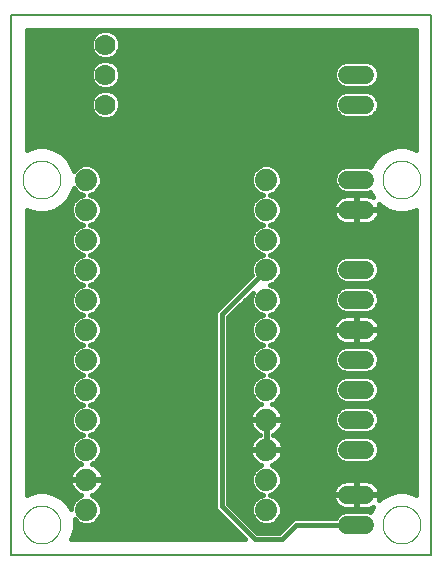
<source format=gbl>
G75*
%MOIN*%
%OFA0B0*%
%FSLAX25Y25*%
%IPPOS*%
%LPD*%
%AMOC8*
5,1,8,0,0,1.08239X$1,22.5*
%
%ADD10C,0.00600*%
%ADD11C,0.00000*%
%ADD12C,0.07400*%
%ADD13C,0.06000*%
%ADD14C,0.07000*%
%ADD15C,0.01600*%
%ADD16C,0.02978*%
D10*
X0001800Y0006250D02*
X0001800Y0186250D01*
X0141800Y0186250D01*
X0141800Y0006250D01*
X0001800Y0006250D01*
D11*
X0005500Y0016250D02*
X0005502Y0016408D01*
X0005508Y0016567D01*
X0005518Y0016725D01*
X0005532Y0016882D01*
X0005550Y0017040D01*
X0005571Y0017196D01*
X0005597Y0017353D01*
X0005627Y0017508D01*
X0005660Y0017663D01*
X0005698Y0017817D01*
X0005739Y0017970D01*
X0005784Y0018121D01*
X0005833Y0018272D01*
X0005886Y0018421D01*
X0005942Y0018569D01*
X0006003Y0018716D01*
X0006066Y0018861D01*
X0006134Y0019004D01*
X0006205Y0019145D01*
X0006279Y0019285D01*
X0006357Y0019423D01*
X0006439Y0019559D01*
X0006524Y0019692D01*
X0006612Y0019824D01*
X0006703Y0019953D01*
X0006798Y0020080D01*
X0006896Y0020204D01*
X0006997Y0020326D01*
X0007101Y0020446D01*
X0007207Y0020563D01*
X0007317Y0020677D01*
X0007430Y0020788D01*
X0007545Y0020896D01*
X0007664Y0021002D01*
X0007784Y0021104D01*
X0007907Y0021204D01*
X0008033Y0021300D01*
X0008161Y0021393D01*
X0008292Y0021483D01*
X0008424Y0021569D01*
X0008559Y0021652D01*
X0008696Y0021732D01*
X0008835Y0021808D01*
X0008975Y0021881D01*
X0009118Y0021950D01*
X0009262Y0022016D01*
X0009407Y0022078D01*
X0009555Y0022136D01*
X0009703Y0022191D01*
X0009853Y0022242D01*
X0010004Y0022289D01*
X0010157Y0022332D01*
X0010310Y0022371D01*
X0010464Y0022407D01*
X0010619Y0022438D01*
X0010775Y0022466D01*
X0010932Y0022490D01*
X0011089Y0022510D01*
X0011247Y0022526D01*
X0011404Y0022538D01*
X0011563Y0022546D01*
X0011721Y0022550D01*
X0011879Y0022550D01*
X0012037Y0022546D01*
X0012196Y0022538D01*
X0012353Y0022526D01*
X0012511Y0022510D01*
X0012668Y0022490D01*
X0012825Y0022466D01*
X0012981Y0022438D01*
X0013136Y0022407D01*
X0013290Y0022371D01*
X0013443Y0022332D01*
X0013596Y0022289D01*
X0013747Y0022242D01*
X0013897Y0022191D01*
X0014045Y0022136D01*
X0014193Y0022078D01*
X0014338Y0022016D01*
X0014482Y0021950D01*
X0014625Y0021881D01*
X0014765Y0021808D01*
X0014904Y0021732D01*
X0015041Y0021652D01*
X0015176Y0021569D01*
X0015308Y0021483D01*
X0015439Y0021393D01*
X0015567Y0021300D01*
X0015693Y0021204D01*
X0015816Y0021104D01*
X0015936Y0021002D01*
X0016055Y0020896D01*
X0016170Y0020788D01*
X0016283Y0020677D01*
X0016393Y0020563D01*
X0016499Y0020446D01*
X0016603Y0020326D01*
X0016704Y0020204D01*
X0016802Y0020080D01*
X0016897Y0019953D01*
X0016988Y0019824D01*
X0017076Y0019692D01*
X0017161Y0019559D01*
X0017243Y0019423D01*
X0017321Y0019285D01*
X0017395Y0019145D01*
X0017466Y0019004D01*
X0017534Y0018861D01*
X0017597Y0018716D01*
X0017658Y0018569D01*
X0017714Y0018421D01*
X0017767Y0018272D01*
X0017816Y0018121D01*
X0017861Y0017970D01*
X0017902Y0017817D01*
X0017940Y0017663D01*
X0017973Y0017508D01*
X0018003Y0017353D01*
X0018029Y0017196D01*
X0018050Y0017040D01*
X0018068Y0016882D01*
X0018082Y0016725D01*
X0018092Y0016567D01*
X0018098Y0016408D01*
X0018100Y0016250D01*
X0018098Y0016092D01*
X0018092Y0015933D01*
X0018082Y0015775D01*
X0018068Y0015618D01*
X0018050Y0015460D01*
X0018029Y0015304D01*
X0018003Y0015147D01*
X0017973Y0014992D01*
X0017940Y0014837D01*
X0017902Y0014683D01*
X0017861Y0014530D01*
X0017816Y0014379D01*
X0017767Y0014228D01*
X0017714Y0014079D01*
X0017658Y0013931D01*
X0017597Y0013784D01*
X0017534Y0013639D01*
X0017466Y0013496D01*
X0017395Y0013355D01*
X0017321Y0013215D01*
X0017243Y0013077D01*
X0017161Y0012941D01*
X0017076Y0012808D01*
X0016988Y0012676D01*
X0016897Y0012547D01*
X0016802Y0012420D01*
X0016704Y0012296D01*
X0016603Y0012174D01*
X0016499Y0012054D01*
X0016393Y0011937D01*
X0016283Y0011823D01*
X0016170Y0011712D01*
X0016055Y0011604D01*
X0015936Y0011498D01*
X0015816Y0011396D01*
X0015693Y0011296D01*
X0015567Y0011200D01*
X0015439Y0011107D01*
X0015308Y0011017D01*
X0015176Y0010931D01*
X0015041Y0010848D01*
X0014904Y0010768D01*
X0014765Y0010692D01*
X0014625Y0010619D01*
X0014482Y0010550D01*
X0014338Y0010484D01*
X0014193Y0010422D01*
X0014045Y0010364D01*
X0013897Y0010309D01*
X0013747Y0010258D01*
X0013596Y0010211D01*
X0013443Y0010168D01*
X0013290Y0010129D01*
X0013136Y0010093D01*
X0012981Y0010062D01*
X0012825Y0010034D01*
X0012668Y0010010D01*
X0012511Y0009990D01*
X0012353Y0009974D01*
X0012196Y0009962D01*
X0012037Y0009954D01*
X0011879Y0009950D01*
X0011721Y0009950D01*
X0011563Y0009954D01*
X0011404Y0009962D01*
X0011247Y0009974D01*
X0011089Y0009990D01*
X0010932Y0010010D01*
X0010775Y0010034D01*
X0010619Y0010062D01*
X0010464Y0010093D01*
X0010310Y0010129D01*
X0010157Y0010168D01*
X0010004Y0010211D01*
X0009853Y0010258D01*
X0009703Y0010309D01*
X0009555Y0010364D01*
X0009407Y0010422D01*
X0009262Y0010484D01*
X0009118Y0010550D01*
X0008975Y0010619D01*
X0008835Y0010692D01*
X0008696Y0010768D01*
X0008559Y0010848D01*
X0008424Y0010931D01*
X0008292Y0011017D01*
X0008161Y0011107D01*
X0008033Y0011200D01*
X0007907Y0011296D01*
X0007784Y0011396D01*
X0007664Y0011498D01*
X0007545Y0011604D01*
X0007430Y0011712D01*
X0007317Y0011823D01*
X0007207Y0011937D01*
X0007101Y0012054D01*
X0006997Y0012174D01*
X0006896Y0012296D01*
X0006798Y0012420D01*
X0006703Y0012547D01*
X0006612Y0012676D01*
X0006524Y0012808D01*
X0006439Y0012941D01*
X0006357Y0013077D01*
X0006279Y0013215D01*
X0006205Y0013355D01*
X0006134Y0013496D01*
X0006066Y0013639D01*
X0006003Y0013784D01*
X0005942Y0013931D01*
X0005886Y0014079D01*
X0005833Y0014228D01*
X0005784Y0014379D01*
X0005739Y0014530D01*
X0005698Y0014683D01*
X0005660Y0014837D01*
X0005627Y0014992D01*
X0005597Y0015147D01*
X0005571Y0015304D01*
X0005550Y0015460D01*
X0005532Y0015618D01*
X0005518Y0015775D01*
X0005508Y0015933D01*
X0005502Y0016092D01*
X0005500Y0016250D01*
X0005500Y0131250D02*
X0005502Y0131408D01*
X0005508Y0131567D01*
X0005518Y0131725D01*
X0005532Y0131882D01*
X0005550Y0132040D01*
X0005571Y0132196D01*
X0005597Y0132353D01*
X0005627Y0132508D01*
X0005660Y0132663D01*
X0005698Y0132817D01*
X0005739Y0132970D01*
X0005784Y0133121D01*
X0005833Y0133272D01*
X0005886Y0133421D01*
X0005942Y0133569D01*
X0006003Y0133716D01*
X0006066Y0133861D01*
X0006134Y0134004D01*
X0006205Y0134145D01*
X0006279Y0134285D01*
X0006357Y0134423D01*
X0006439Y0134559D01*
X0006524Y0134692D01*
X0006612Y0134824D01*
X0006703Y0134953D01*
X0006798Y0135080D01*
X0006896Y0135204D01*
X0006997Y0135326D01*
X0007101Y0135446D01*
X0007207Y0135563D01*
X0007317Y0135677D01*
X0007430Y0135788D01*
X0007545Y0135896D01*
X0007664Y0136002D01*
X0007784Y0136104D01*
X0007907Y0136204D01*
X0008033Y0136300D01*
X0008161Y0136393D01*
X0008292Y0136483D01*
X0008424Y0136569D01*
X0008559Y0136652D01*
X0008696Y0136732D01*
X0008835Y0136808D01*
X0008975Y0136881D01*
X0009118Y0136950D01*
X0009262Y0137016D01*
X0009407Y0137078D01*
X0009555Y0137136D01*
X0009703Y0137191D01*
X0009853Y0137242D01*
X0010004Y0137289D01*
X0010157Y0137332D01*
X0010310Y0137371D01*
X0010464Y0137407D01*
X0010619Y0137438D01*
X0010775Y0137466D01*
X0010932Y0137490D01*
X0011089Y0137510D01*
X0011247Y0137526D01*
X0011404Y0137538D01*
X0011563Y0137546D01*
X0011721Y0137550D01*
X0011879Y0137550D01*
X0012037Y0137546D01*
X0012196Y0137538D01*
X0012353Y0137526D01*
X0012511Y0137510D01*
X0012668Y0137490D01*
X0012825Y0137466D01*
X0012981Y0137438D01*
X0013136Y0137407D01*
X0013290Y0137371D01*
X0013443Y0137332D01*
X0013596Y0137289D01*
X0013747Y0137242D01*
X0013897Y0137191D01*
X0014045Y0137136D01*
X0014193Y0137078D01*
X0014338Y0137016D01*
X0014482Y0136950D01*
X0014625Y0136881D01*
X0014765Y0136808D01*
X0014904Y0136732D01*
X0015041Y0136652D01*
X0015176Y0136569D01*
X0015308Y0136483D01*
X0015439Y0136393D01*
X0015567Y0136300D01*
X0015693Y0136204D01*
X0015816Y0136104D01*
X0015936Y0136002D01*
X0016055Y0135896D01*
X0016170Y0135788D01*
X0016283Y0135677D01*
X0016393Y0135563D01*
X0016499Y0135446D01*
X0016603Y0135326D01*
X0016704Y0135204D01*
X0016802Y0135080D01*
X0016897Y0134953D01*
X0016988Y0134824D01*
X0017076Y0134692D01*
X0017161Y0134559D01*
X0017243Y0134423D01*
X0017321Y0134285D01*
X0017395Y0134145D01*
X0017466Y0134004D01*
X0017534Y0133861D01*
X0017597Y0133716D01*
X0017658Y0133569D01*
X0017714Y0133421D01*
X0017767Y0133272D01*
X0017816Y0133121D01*
X0017861Y0132970D01*
X0017902Y0132817D01*
X0017940Y0132663D01*
X0017973Y0132508D01*
X0018003Y0132353D01*
X0018029Y0132196D01*
X0018050Y0132040D01*
X0018068Y0131882D01*
X0018082Y0131725D01*
X0018092Y0131567D01*
X0018098Y0131408D01*
X0018100Y0131250D01*
X0018098Y0131092D01*
X0018092Y0130933D01*
X0018082Y0130775D01*
X0018068Y0130618D01*
X0018050Y0130460D01*
X0018029Y0130304D01*
X0018003Y0130147D01*
X0017973Y0129992D01*
X0017940Y0129837D01*
X0017902Y0129683D01*
X0017861Y0129530D01*
X0017816Y0129379D01*
X0017767Y0129228D01*
X0017714Y0129079D01*
X0017658Y0128931D01*
X0017597Y0128784D01*
X0017534Y0128639D01*
X0017466Y0128496D01*
X0017395Y0128355D01*
X0017321Y0128215D01*
X0017243Y0128077D01*
X0017161Y0127941D01*
X0017076Y0127808D01*
X0016988Y0127676D01*
X0016897Y0127547D01*
X0016802Y0127420D01*
X0016704Y0127296D01*
X0016603Y0127174D01*
X0016499Y0127054D01*
X0016393Y0126937D01*
X0016283Y0126823D01*
X0016170Y0126712D01*
X0016055Y0126604D01*
X0015936Y0126498D01*
X0015816Y0126396D01*
X0015693Y0126296D01*
X0015567Y0126200D01*
X0015439Y0126107D01*
X0015308Y0126017D01*
X0015176Y0125931D01*
X0015041Y0125848D01*
X0014904Y0125768D01*
X0014765Y0125692D01*
X0014625Y0125619D01*
X0014482Y0125550D01*
X0014338Y0125484D01*
X0014193Y0125422D01*
X0014045Y0125364D01*
X0013897Y0125309D01*
X0013747Y0125258D01*
X0013596Y0125211D01*
X0013443Y0125168D01*
X0013290Y0125129D01*
X0013136Y0125093D01*
X0012981Y0125062D01*
X0012825Y0125034D01*
X0012668Y0125010D01*
X0012511Y0124990D01*
X0012353Y0124974D01*
X0012196Y0124962D01*
X0012037Y0124954D01*
X0011879Y0124950D01*
X0011721Y0124950D01*
X0011563Y0124954D01*
X0011404Y0124962D01*
X0011247Y0124974D01*
X0011089Y0124990D01*
X0010932Y0125010D01*
X0010775Y0125034D01*
X0010619Y0125062D01*
X0010464Y0125093D01*
X0010310Y0125129D01*
X0010157Y0125168D01*
X0010004Y0125211D01*
X0009853Y0125258D01*
X0009703Y0125309D01*
X0009555Y0125364D01*
X0009407Y0125422D01*
X0009262Y0125484D01*
X0009118Y0125550D01*
X0008975Y0125619D01*
X0008835Y0125692D01*
X0008696Y0125768D01*
X0008559Y0125848D01*
X0008424Y0125931D01*
X0008292Y0126017D01*
X0008161Y0126107D01*
X0008033Y0126200D01*
X0007907Y0126296D01*
X0007784Y0126396D01*
X0007664Y0126498D01*
X0007545Y0126604D01*
X0007430Y0126712D01*
X0007317Y0126823D01*
X0007207Y0126937D01*
X0007101Y0127054D01*
X0006997Y0127174D01*
X0006896Y0127296D01*
X0006798Y0127420D01*
X0006703Y0127547D01*
X0006612Y0127676D01*
X0006524Y0127808D01*
X0006439Y0127941D01*
X0006357Y0128077D01*
X0006279Y0128215D01*
X0006205Y0128355D01*
X0006134Y0128496D01*
X0006066Y0128639D01*
X0006003Y0128784D01*
X0005942Y0128931D01*
X0005886Y0129079D01*
X0005833Y0129228D01*
X0005784Y0129379D01*
X0005739Y0129530D01*
X0005698Y0129683D01*
X0005660Y0129837D01*
X0005627Y0129992D01*
X0005597Y0130147D01*
X0005571Y0130304D01*
X0005550Y0130460D01*
X0005532Y0130618D01*
X0005518Y0130775D01*
X0005508Y0130933D01*
X0005502Y0131092D01*
X0005500Y0131250D01*
X0125500Y0131250D02*
X0125502Y0131408D01*
X0125508Y0131567D01*
X0125518Y0131725D01*
X0125532Y0131882D01*
X0125550Y0132040D01*
X0125571Y0132196D01*
X0125597Y0132353D01*
X0125627Y0132508D01*
X0125660Y0132663D01*
X0125698Y0132817D01*
X0125739Y0132970D01*
X0125784Y0133121D01*
X0125833Y0133272D01*
X0125886Y0133421D01*
X0125942Y0133569D01*
X0126003Y0133716D01*
X0126066Y0133861D01*
X0126134Y0134004D01*
X0126205Y0134145D01*
X0126279Y0134285D01*
X0126357Y0134423D01*
X0126439Y0134559D01*
X0126524Y0134692D01*
X0126612Y0134824D01*
X0126703Y0134953D01*
X0126798Y0135080D01*
X0126896Y0135204D01*
X0126997Y0135326D01*
X0127101Y0135446D01*
X0127207Y0135563D01*
X0127317Y0135677D01*
X0127430Y0135788D01*
X0127545Y0135896D01*
X0127664Y0136002D01*
X0127784Y0136104D01*
X0127907Y0136204D01*
X0128033Y0136300D01*
X0128161Y0136393D01*
X0128292Y0136483D01*
X0128424Y0136569D01*
X0128559Y0136652D01*
X0128696Y0136732D01*
X0128835Y0136808D01*
X0128975Y0136881D01*
X0129118Y0136950D01*
X0129262Y0137016D01*
X0129407Y0137078D01*
X0129555Y0137136D01*
X0129703Y0137191D01*
X0129853Y0137242D01*
X0130004Y0137289D01*
X0130157Y0137332D01*
X0130310Y0137371D01*
X0130464Y0137407D01*
X0130619Y0137438D01*
X0130775Y0137466D01*
X0130932Y0137490D01*
X0131089Y0137510D01*
X0131247Y0137526D01*
X0131404Y0137538D01*
X0131563Y0137546D01*
X0131721Y0137550D01*
X0131879Y0137550D01*
X0132037Y0137546D01*
X0132196Y0137538D01*
X0132353Y0137526D01*
X0132511Y0137510D01*
X0132668Y0137490D01*
X0132825Y0137466D01*
X0132981Y0137438D01*
X0133136Y0137407D01*
X0133290Y0137371D01*
X0133443Y0137332D01*
X0133596Y0137289D01*
X0133747Y0137242D01*
X0133897Y0137191D01*
X0134045Y0137136D01*
X0134193Y0137078D01*
X0134338Y0137016D01*
X0134482Y0136950D01*
X0134625Y0136881D01*
X0134765Y0136808D01*
X0134904Y0136732D01*
X0135041Y0136652D01*
X0135176Y0136569D01*
X0135308Y0136483D01*
X0135439Y0136393D01*
X0135567Y0136300D01*
X0135693Y0136204D01*
X0135816Y0136104D01*
X0135936Y0136002D01*
X0136055Y0135896D01*
X0136170Y0135788D01*
X0136283Y0135677D01*
X0136393Y0135563D01*
X0136499Y0135446D01*
X0136603Y0135326D01*
X0136704Y0135204D01*
X0136802Y0135080D01*
X0136897Y0134953D01*
X0136988Y0134824D01*
X0137076Y0134692D01*
X0137161Y0134559D01*
X0137243Y0134423D01*
X0137321Y0134285D01*
X0137395Y0134145D01*
X0137466Y0134004D01*
X0137534Y0133861D01*
X0137597Y0133716D01*
X0137658Y0133569D01*
X0137714Y0133421D01*
X0137767Y0133272D01*
X0137816Y0133121D01*
X0137861Y0132970D01*
X0137902Y0132817D01*
X0137940Y0132663D01*
X0137973Y0132508D01*
X0138003Y0132353D01*
X0138029Y0132196D01*
X0138050Y0132040D01*
X0138068Y0131882D01*
X0138082Y0131725D01*
X0138092Y0131567D01*
X0138098Y0131408D01*
X0138100Y0131250D01*
X0138098Y0131092D01*
X0138092Y0130933D01*
X0138082Y0130775D01*
X0138068Y0130618D01*
X0138050Y0130460D01*
X0138029Y0130304D01*
X0138003Y0130147D01*
X0137973Y0129992D01*
X0137940Y0129837D01*
X0137902Y0129683D01*
X0137861Y0129530D01*
X0137816Y0129379D01*
X0137767Y0129228D01*
X0137714Y0129079D01*
X0137658Y0128931D01*
X0137597Y0128784D01*
X0137534Y0128639D01*
X0137466Y0128496D01*
X0137395Y0128355D01*
X0137321Y0128215D01*
X0137243Y0128077D01*
X0137161Y0127941D01*
X0137076Y0127808D01*
X0136988Y0127676D01*
X0136897Y0127547D01*
X0136802Y0127420D01*
X0136704Y0127296D01*
X0136603Y0127174D01*
X0136499Y0127054D01*
X0136393Y0126937D01*
X0136283Y0126823D01*
X0136170Y0126712D01*
X0136055Y0126604D01*
X0135936Y0126498D01*
X0135816Y0126396D01*
X0135693Y0126296D01*
X0135567Y0126200D01*
X0135439Y0126107D01*
X0135308Y0126017D01*
X0135176Y0125931D01*
X0135041Y0125848D01*
X0134904Y0125768D01*
X0134765Y0125692D01*
X0134625Y0125619D01*
X0134482Y0125550D01*
X0134338Y0125484D01*
X0134193Y0125422D01*
X0134045Y0125364D01*
X0133897Y0125309D01*
X0133747Y0125258D01*
X0133596Y0125211D01*
X0133443Y0125168D01*
X0133290Y0125129D01*
X0133136Y0125093D01*
X0132981Y0125062D01*
X0132825Y0125034D01*
X0132668Y0125010D01*
X0132511Y0124990D01*
X0132353Y0124974D01*
X0132196Y0124962D01*
X0132037Y0124954D01*
X0131879Y0124950D01*
X0131721Y0124950D01*
X0131563Y0124954D01*
X0131404Y0124962D01*
X0131247Y0124974D01*
X0131089Y0124990D01*
X0130932Y0125010D01*
X0130775Y0125034D01*
X0130619Y0125062D01*
X0130464Y0125093D01*
X0130310Y0125129D01*
X0130157Y0125168D01*
X0130004Y0125211D01*
X0129853Y0125258D01*
X0129703Y0125309D01*
X0129555Y0125364D01*
X0129407Y0125422D01*
X0129262Y0125484D01*
X0129118Y0125550D01*
X0128975Y0125619D01*
X0128835Y0125692D01*
X0128696Y0125768D01*
X0128559Y0125848D01*
X0128424Y0125931D01*
X0128292Y0126017D01*
X0128161Y0126107D01*
X0128033Y0126200D01*
X0127907Y0126296D01*
X0127784Y0126396D01*
X0127664Y0126498D01*
X0127545Y0126604D01*
X0127430Y0126712D01*
X0127317Y0126823D01*
X0127207Y0126937D01*
X0127101Y0127054D01*
X0126997Y0127174D01*
X0126896Y0127296D01*
X0126798Y0127420D01*
X0126703Y0127547D01*
X0126612Y0127676D01*
X0126524Y0127808D01*
X0126439Y0127941D01*
X0126357Y0128077D01*
X0126279Y0128215D01*
X0126205Y0128355D01*
X0126134Y0128496D01*
X0126066Y0128639D01*
X0126003Y0128784D01*
X0125942Y0128931D01*
X0125886Y0129079D01*
X0125833Y0129228D01*
X0125784Y0129379D01*
X0125739Y0129530D01*
X0125698Y0129683D01*
X0125660Y0129837D01*
X0125627Y0129992D01*
X0125597Y0130147D01*
X0125571Y0130304D01*
X0125550Y0130460D01*
X0125532Y0130618D01*
X0125518Y0130775D01*
X0125508Y0130933D01*
X0125502Y0131092D01*
X0125500Y0131250D01*
X0125500Y0016250D02*
X0125502Y0016408D01*
X0125508Y0016567D01*
X0125518Y0016725D01*
X0125532Y0016882D01*
X0125550Y0017040D01*
X0125571Y0017196D01*
X0125597Y0017353D01*
X0125627Y0017508D01*
X0125660Y0017663D01*
X0125698Y0017817D01*
X0125739Y0017970D01*
X0125784Y0018121D01*
X0125833Y0018272D01*
X0125886Y0018421D01*
X0125942Y0018569D01*
X0126003Y0018716D01*
X0126066Y0018861D01*
X0126134Y0019004D01*
X0126205Y0019145D01*
X0126279Y0019285D01*
X0126357Y0019423D01*
X0126439Y0019559D01*
X0126524Y0019692D01*
X0126612Y0019824D01*
X0126703Y0019953D01*
X0126798Y0020080D01*
X0126896Y0020204D01*
X0126997Y0020326D01*
X0127101Y0020446D01*
X0127207Y0020563D01*
X0127317Y0020677D01*
X0127430Y0020788D01*
X0127545Y0020896D01*
X0127664Y0021002D01*
X0127784Y0021104D01*
X0127907Y0021204D01*
X0128033Y0021300D01*
X0128161Y0021393D01*
X0128292Y0021483D01*
X0128424Y0021569D01*
X0128559Y0021652D01*
X0128696Y0021732D01*
X0128835Y0021808D01*
X0128975Y0021881D01*
X0129118Y0021950D01*
X0129262Y0022016D01*
X0129407Y0022078D01*
X0129555Y0022136D01*
X0129703Y0022191D01*
X0129853Y0022242D01*
X0130004Y0022289D01*
X0130157Y0022332D01*
X0130310Y0022371D01*
X0130464Y0022407D01*
X0130619Y0022438D01*
X0130775Y0022466D01*
X0130932Y0022490D01*
X0131089Y0022510D01*
X0131247Y0022526D01*
X0131404Y0022538D01*
X0131563Y0022546D01*
X0131721Y0022550D01*
X0131879Y0022550D01*
X0132037Y0022546D01*
X0132196Y0022538D01*
X0132353Y0022526D01*
X0132511Y0022510D01*
X0132668Y0022490D01*
X0132825Y0022466D01*
X0132981Y0022438D01*
X0133136Y0022407D01*
X0133290Y0022371D01*
X0133443Y0022332D01*
X0133596Y0022289D01*
X0133747Y0022242D01*
X0133897Y0022191D01*
X0134045Y0022136D01*
X0134193Y0022078D01*
X0134338Y0022016D01*
X0134482Y0021950D01*
X0134625Y0021881D01*
X0134765Y0021808D01*
X0134904Y0021732D01*
X0135041Y0021652D01*
X0135176Y0021569D01*
X0135308Y0021483D01*
X0135439Y0021393D01*
X0135567Y0021300D01*
X0135693Y0021204D01*
X0135816Y0021104D01*
X0135936Y0021002D01*
X0136055Y0020896D01*
X0136170Y0020788D01*
X0136283Y0020677D01*
X0136393Y0020563D01*
X0136499Y0020446D01*
X0136603Y0020326D01*
X0136704Y0020204D01*
X0136802Y0020080D01*
X0136897Y0019953D01*
X0136988Y0019824D01*
X0137076Y0019692D01*
X0137161Y0019559D01*
X0137243Y0019423D01*
X0137321Y0019285D01*
X0137395Y0019145D01*
X0137466Y0019004D01*
X0137534Y0018861D01*
X0137597Y0018716D01*
X0137658Y0018569D01*
X0137714Y0018421D01*
X0137767Y0018272D01*
X0137816Y0018121D01*
X0137861Y0017970D01*
X0137902Y0017817D01*
X0137940Y0017663D01*
X0137973Y0017508D01*
X0138003Y0017353D01*
X0138029Y0017196D01*
X0138050Y0017040D01*
X0138068Y0016882D01*
X0138082Y0016725D01*
X0138092Y0016567D01*
X0138098Y0016408D01*
X0138100Y0016250D01*
X0138098Y0016092D01*
X0138092Y0015933D01*
X0138082Y0015775D01*
X0138068Y0015618D01*
X0138050Y0015460D01*
X0138029Y0015304D01*
X0138003Y0015147D01*
X0137973Y0014992D01*
X0137940Y0014837D01*
X0137902Y0014683D01*
X0137861Y0014530D01*
X0137816Y0014379D01*
X0137767Y0014228D01*
X0137714Y0014079D01*
X0137658Y0013931D01*
X0137597Y0013784D01*
X0137534Y0013639D01*
X0137466Y0013496D01*
X0137395Y0013355D01*
X0137321Y0013215D01*
X0137243Y0013077D01*
X0137161Y0012941D01*
X0137076Y0012808D01*
X0136988Y0012676D01*
X0136897Y0012547D01*
X0136802Y0012420D01*
X0136704Y0012296D01*
X0136603Y0012174D01*
X0136499Y0012054D01*
X0136393Y0011937D01*
X0136283Y0011823D01*
X0136170Y0011712D01*
X0136055Y0011604D01*
X0135936Y0011498D01*
X0135816Y0011396D01*
X0135693Y0011296D01*
X0135567Y0011200D01*
X0135439Y0011107D01*
X0135308Y0011017D01*
X0135176Y0010931D01*
X0135041Y0010848D01*
X0134904Y0010768D01*
X0134765Y0010692D01*
X0134625Y0010619D01*
X0134482Y0010550D01*
X0134338Y0010484D01*
X0134193Y0010422D01*
X0134045Y0010364D01*
X0133897Y0010309D01*
X0133747Y0010258D01*
X0133596Y0010211D01*
X0133443Y0010168D01*
X0133290Y0010129D01*
X0133136Y0010093D01*
X0132981Y0010062D01*
X0132825Y0010034D01*
X0132668Y0010010D01*
X0132511Y0009990D01*
X0132353Y0009974D01*
X0132196Y0009962D01*
X0132037Y0009954D01*
X0131879Y0009950D01*
X0131721Y0009950D01*
X0131563Y0009954D01*
X0131404Y0009962D01*
X0131247Y0009974D01*
X0131089Y0009990D01*
X0130932Y0010010D01*
X0130775Y0010034D01*
X0130619Y0010062D01*
X0130464Y0010093D01*
X0130310Y0010129D01*
X0130157Y0010168D01*
X0130004Y0010211D01*
X0129853Y0010258D01*
X0129703Y0010309D01*
X0129555Y0010364D01*
X0129407Y0010422D01*
X0129262Y0010484D01*
X0129118Y0010550D01*
X0128975Y0010619D01*
X0128835Y0010692D01*
X0128696Y0010768D01*
X0128559Y0010848D01*
X0128424Y0010931D01*
X0128292Y0011017D01*
X0128161Y0011107D01*
X0128033Y0011200D01*
X0127907Y0011296D01*
X0127784Y0011396D01*
X0127664Y0011498D01*
X0127545Y0011604D01*
X0127430Y0011712D01*
X0127317Y0011823D01*
X0127207Y0011937D01*
X0127101Y0012054D01*
X0126997Y0012174D01*
X0126896Y0012296D01*
X0126798Y0012420D01*
X0126703Y0012547D01*
X0126612Y0012676D01*
X0126524Y0012808D01*
X0126439Y0012941D01*
X0126357Y0013077D01*
X0126279Y0013215D01*
X0126205Y0013355D01*
X0126134Y0013496D01*
X0126066Y0013639D01*
X0126003Y0013784D01*
X0125942Y0013931D01*
X0125886Y0014079D01*
X0125833Y0014228D01*
X0125784Y0014379D01*
X0125739Y0014530D01*
X0125698Y0014683D01*
X0125660Y0014837D01*
X0125627Y0014992D01*
X0125597Y0015147D01*
X0125571Y0015304D01*
X0125550Y0015460D01*
X0125532Y0015618D01*
X0125518Y0015775D01*
X0125508Y0015933D01*
X0125502Y0016092D01*
X0125500Y0016250D01*
D12*
X0086800Y0021250D03*
X0086800Y0031250D03*
X0086800Y0041250D03*
X0086800Y0051250D03*
X0086800Y0061250D03*
X0086800Y0071250D03*
X0086800Y0081250D03*
X0086800Y0091250D03*
X0086800Y0101250D03*
X0086800Y0111250D03*
X0086800Y0121250D03*
X0086800Y0131250D03*
X0026800Y0131250D03*
X0026800Y0121250D03*
X0026800Y0111250D03*
X0026800Y0101250D03*
X0026800Y0091250D03*
X0026800Y0081250D03*
X0026800Y0071250D03*
X0026800Y0061250D03*
X0026800Y0051250D03*
X0026800Y0041250D03*
X0026800Y0031250D03*
X0026800Y0021250D03*
D13*
X0113800Y0016250D02*
X0119800Y0016250D01*
X0119800Y0026250D02*
X0113800Y0026250D01*
X0113800Y0041250D02*
X0119800Y0041250D01*
X0119800Y0051250D02*
X0113800Y0051250D01*
X0113800Y0061250D02*
X0119800Y0061250D01*
X0119800Y0071250D02*
X0113800Y0071250D01*
X0113800Y0081250D02*
X0119800Y0081250D01*
X0119800Y0091250D02*
X0113800Y0091250D01*
X0113800Y0101250D02*
X0119800Y0101250D01*
X0119800Y0121250D02*
X0113800Y0121250D01*
X0113800Y0131250D02*
X0119800Y0131250D01*
X0119800Y0156250D02*
X0113800Y0156250D01*
X0113800Y0166250D02*
X0119800Y0166250D01*
D14*
X0033050Y0166250D03*
X0033050Y0156250D03*
X0033050Y0176250D03*
D15*
X0036225Y0172495D02*
X0136700Y0172495D01*
X0136700Y0170897D02*
X0034636Y0170897D01*
X0034025Y0171150D02*
X0035826Y0170404D01*
X0037204Y0169026D01*
X0037950Y0167225D01*
X0037950Y0165275D01*
X0037204Y0163474D01*
X0035826Y0162096D01*
X0034025Y0161350D01*
X0032075Y0161350D01*
X0030274Y0162096D01*
X0028896Y0163474D01*
X0028150Y0165275D01*
X0028150Y0167225D01*
X0028896Y0169026D01*
X0030274Y0170404D01*
X0032075Y0171150D01*
X0034025Y0171150D01*
X0034025Y0171350D02*
X0035826Y0172096D01*
X0037204Y0173474D01*
X0037950Y0175275D01*
X0037950Y0177225D01*
X0037204Y0179026D01*
X0035826Y0180404D01*
X0034025Y0181150D01*
X0032075Y0181150D01*
X0030274Y0180404D01*
X0028896Y0179026D01*
X0028150Y0177225D01*
X0028150Y0175275D01*
X0028896Y0173474D01*
X0030274Y0172096D01*
X0032075Y0171350D01*
X0034025Y0171350D01*
X0031464Y0170897D02*
X0006900Y0170897D01*
X0006900Y0172495D02*
X0029875Y0172495D01*
X0028639Y0174094D02*
X0006900Y0174094D01*
X0006900Y0175692D02*
X0028150Y0175692D01*
X0028177Y0177291D02*
X0006900Y0177291D01*
X0006900Y0178889D02*
X0028839Y0178889D01*
X0030477Y0180488D02*
X0006900Y0180488D01*
X0006900Y0181150D02*
X0136700Y0181150D01*
X0136700Y0141238D01*
X0136084Y0141594D01*
X0133261Y0142350D01*
X0130339Y0142350D01*
X0127516Y0141594D01*
X0124984Y0140132D01*
X0122918Y0138066D01*
X0121456Y0135534D01*
X0121406Y0135347D01*
X0120675Y0135650D01*
X0112925Y0135650D01*
X0111308Y0134980D01*
X0110070Y0133742D01*
X0109400Y0132125D01*
X0109400Y0130375D01*
X0110070Y0128758D01*
X0111308Y0127520D01*
X0112925Y0126850D01*
X0120675Y0126850D01*
X0121406Y0127153D01*
X0121456Y0126966D01*
X0122437Y0125267D01*
X0122316Y0125355D01*
X0121643Y0125698D01*
X0120924Y0125932D01*
X0120178Y0126050D01*
X0117000Y0126050D01*
X0117000Y0121450D01*
X0124600Y0121450D01*
X0124600Y0121628D01*
X0124482Y0122374D01*
X0124248Y0123093D01*
X0124237Y0123116D01*
X0124984Y0122368D01*
X0127516Y0120906D01*
X0130339Y0120150D01*
X0133261Y0120150D01*
X0136084Y0120906D01*
X0136700Y0121262D01*
X0136700Y0026238D01*
X0136084Y0026594D01*
X0133261Y0027350D01*
X0130339Y0027350D01*
X0127516Y0026594D01*
X0124984Y0025132D01*
X0124237Y0024384D01*
X0124248Y0024407D01*
X0124482Y0025126D01*
X0124600Y0025872D01*
X0124600Y0026050D01*
X0117000Y0026050D01*
X0117000Y0026450D01*
X0116600Y0026450D01*
X0116600Y0031050D01*
X0113422Y0031050D01*
X0112676Y0030932D01*
X0111957Y0030698D01*
X0111284Y0030355D01*
X0110673Y0029911D01*
X0110139Y0029377D01*
X0109695Y0028766D01*
X0109352Y0028093D01*
X0109118Y0027374D01*
X0109000Y0026628D01*
X0109000Y0026450D01*
X0116600Y0026450D01*
X0116600Y0026050D01*
X0117000Y0026050D01*
X0117000Y0021450D01*
X0120178Y0021450D01*
X0120924Y0021568D01*
X0121643Y0021802D01*
X0122316Y0022145D01*
X0122437Y0022233D01*
X0121456Y0020534D01*
X0121406Y0020347D01*
X0120675Y0020650D01*
X0112925Y0020650D01*
X0111308Y0019980D01*
X0110070Y0018742D01*
X0109949Y0018450D01*
X0095889Y0018450D01*
X0094600Y0017161D01*
X0090989Y0013550D01*
X0083791Y0013550D01*
X0074100Y0023241D01*
X0074100Y0085439D01*
X0082248Y0093586D01*
X0081700Y0092264D01*
X0081700Y0090236D01*
X0082476Y0088361D01*
X0083911Y0086926D01*
X0085544Y0086250D01*
X0083911Y0085574D01*
X0082476Y0084139D01*
X0081700Y0082264D01*
X0081700Y0080236D01*
X0082476Y0078361D01*
X0083911Y0076926D01*
X0085544Y0076250D01*
X0083911Y0075574D01*
X0082476Y0074139D01*
X0081700Y0072264D01*
X0081700Y0070236D01*
X0082476Y0068361D01*
X0083911Y0066926D01*
X0085544Y0066250D01*
X0083911Y0065574D01*
X0082476Y0064139D01*
X0081700Y0062264D01*
X0081700Y0060236D01*
X0082476Y0058361D01*
X0083911Y0056926D01*
X0085037Y0056460D01*
X0084689Y0056347D01*
X0083917Y0055954D01*
X0083217Y0055445D01*
X0082605Y0054833D01*
X0082096Y0054133D01*
X0081703Y0053361D01*
X0081435Y0052538D01*
X0081300Y0051683D01*
X0081300Y0051450D01*
X0086600Y0051450D01*
X0086600Y0051050D01*
X0087000Y0051050D01*
X0087000Y0051450D01*
X0092300Y0051450D01*
X0092300Y0051683D01*
X0092165Y0052538D01*
X0091897Y0053361D01*
X0091504Y0054133D01*
X0090995Y0054833D01*
X0090383Y0055445D01*
X0089683Y0055954D01*
X0088911Y0056347D01*
X0088563Y0056460D01*
X0089689Y0056926D01*
X0091124Y0058361D01*
X0091900Y0060236D01*
X0091900Y0062264D01*
X0091124Y0064139D01*
X0089689Y0065574D01*
X0088056Y0066250D01*
X0089689Y0066926D01*
X0091124Y0068361D01*
X0091900Y0070236D01*
X0091900Y0072264D01*
X0091124Y0074139D01*
X0089689Y0075574D01*
X0088056Y0076250D01*
X0089689Y0076926D01*
X0091124Y0078361D01*
X0091900Y0080236D01*
X0091900Y0082264D01*
X0091124Y0084139D01*
X0089689Y0085574D01*
X0088056Y0086250D01*
X0089689Y0086926D01*
X0091124Y0088361D01*
X0091900Y0090236D01*
X0091900Y0092264D01*
X0091124Y0094139D01*
X0089689Y0095574D01*
X0088056Y0096250D01*
X0089689Y0096926D01*
X0091124Y0098361D01*
X0091900Y0100236D01*
X0091900Y0102264D01*
X0091124Y0104139D01*
X0089689Y0105574D01*
X0088056Y0106250D01*
X0089689Y0106926D01*
X0091124Y0108361D01*
X0091900Y0110236D01*
X0091900Y0112264D01*
X0091124Y0114139D01*
X0089689Y0115574D01*
X0088056Y0116250D01*
X0089689Y0116926D01*
X0091124Y0118361D01*
X0091900Y0120236D01*
X0091900Y0122264D01*
X0091124Y0124139D01*
X0089689Y0125574D01*
X0088056Y0126250D01*
X0089689Y0126926D01*
X0091124Y0128361D01*
X0091900Y0130236D01*
X0091900Y0132264D01*
X0091124Y0134139D01*
X0089689Y0135574D01*
X0087814Y0136350D01*
X0085786Y0136350D01*
X0083911Y0135574D01*
X0082476Y0134139D01*
X0081700Y0132264D01*
X0081700Y0130236D01*
X0082476Y0128361D01*
X0083911Y0126926D01*
X0085544Y0126250D01*
X0083911Y0125574D01*
X0082476Y0124139D01*
X0081700Y0122264D01*
X0081700Y0120236D01*
X0082476Y0118361D01*
X0083911Y0116926D01*
X0085544Y0116250D01*
X0083911Y0115574D01*
X0082476Y0114139D01*
X0081700Y0112264D01*
X0081700Y0110236D01*
X0082476Y0108361D01*
X0083911Y0106926D01*
X0085544Y0106250D01*
X0083911Y0105574D01*
X0082476Y0104139D01*
X0081700Y0102264D01*
X0081700Y0100236D01*
X0081985Y0099547D01*
X0070989Y0088550D01*
X0070989Y0088550D01*
X0069700Y0087261D01*
X0069700Y0021418D01*
X0070989Y0020130D01*
X0079768Y0011350D01*
X0021788Y0011350D01*
X0022144Y0011966D01*
X0022900Y0014789D01*
X0022900Y0017711D01*
X0022817Y0018020D01*
X0023911Y0016926D01*
X0025786Y0016150D01*
X0027814Y0016150D01*
X0029689Y0016926D01*
X0031124Y0018361D01*
X0031900Y0020236D01*
X0031900Y0022264D01*
X0031124Y0024139D01*
X0029689Y0025574D01*
X0028563Y0026040D01*
X0028911Y0026153D01*
X0029683Y0026546D01*
X0030383Y0027055D01*
X0030995Y0027667D01*
X0031504Y0028367D01*
X0031897Y0029139D01*
X0032165Y0029962D01*
X0032300Y0030817D01*
X0032300Y0031050D01*
X0027000Y0031050D01*
X0027000Y0031450D01*
X0032300Y0031450D01*
X0032300Y0031683D01*
X0032165Y0032538D01*
X0031897Y0033361D01*
X0031504Y0034133D01*
X0030995Y0034833D01*
X0030383Y0035445D01*
X0029683Y0035954D01*
X0028911Y0036347D01*
X0028563Y0036460D01*
X0029689Y0036926D01*
X0031124Y0038361D01*
X0031900Y0040236D01*
X0031900Y0042264D01*
X0031124Y0044139D01*
X0029689Y0045574D01*
X0028056Y0046250D01*
X0029689Y0046926D01*
X0031124Y0048361D01*
X0031900Y0050236D01*
X0031900Y0052264D01*
X0031124Y0054139D01*
X0029689Y0055574D01*
X0028056Y0056250D01*
X0029689Y0056926D01*
X0031124Y0058361D01*
X0031900Y0060236D01*
X0031900Y0062264D01*
X0031124Y0064139D01*
X0029689Y0065574D01*
X0028056Y0066250D01*
X0029689Y0066926D01*
X0031124Y0068361D01*
X0031900Y0070236D01*
X0031900Y0072264D01*
X0031124Y0074139D01*
X0029689Y0075574D01*
X0028056Y0076250D01*
X0029689Y0076926D01*
X0031124Y0078361D01*
X0031900Y0080236D01*
X0031900Y0082264D01*
X0031124Y0084139D01*
X0029689Y0085574D01*
X0028056Y0086250D01*
X0029689Y0086926D01*
X0031124Y0088361D01*
X0031900Y0090236D01*
X0031900Y0092264D01*
X0031124Y0094139D01*
X0029689Y0095574D01*
X0028056Y0096250D01*
X0029689Y0096926D01*
X0031124Y0098361D01*
X0031900Y0100236D01*
X0031900Y0102264D01*
X0031124Y0104139D01*
X0029689Y0105574D01*
X0028056Y0106250D01*
X0029689Y0106926D01*
X0031124Y0108361D01*
X0031900Y0110236D01*
X0031900Y0112264D01*
X0031124Y0114139D01*
X0029689Y0115574D01*
X0028056Y0116250D01*
X0029689Y0116926D01*
X0031124Y0118361D01*
X0031900Y0120236D01*
X0031900Y0122264D01*
X0031124Y0124139D01*
X0029689Y0125574D01*
X0028056Y0126250D01*
X0029689Y0126926D01*
X0031124Y0128361D01*
X0031900Y0130236D01*
X0031900Y0132264D01*
X0031124Y0134139D01*
X0029689Y0135574D01*
X0027814Y0136350D01*
X0025786Y0136350D01*
X0023911Y0135574D01*
X0022509Y0134171D01*
X0022144Y0135534D01*
X0020682Y0138066D01*
X0018616Y0140132D01*
X0016084Y0141594D01*
X0013261Y0142350D01*
X0010339Y0142350D01*
X0007516Y0141594D01*
X0006900Y0141238D01*
X0006900Y0181150D01*
X0006900Y0169298D02*
X0029169Y0169298D01*
X0028347Y0167700D02*
X0006900Y0167700D01*
X0006900Y0166101D02*
X0028150Y0166101D01*
X0028470Y0164503D02*
X0006900Y0164503D01*
X0006900Y0162904D02*
X0029466Y0162904D01*
X0030274Y0160404D02*
X0028896Y0159026D01*
X0028150Y0157225D01*
X0028150Y0155275D01*
X0028896Y0153474D01*
X0030274Y0152096D01*
X0032075Y0151350D01*
X0034025Y0151350D01*
X0035826Y0152096D01*
X0037204Y0153474D01*
X0037950Y0155275D01*
X0037950Y0157225D01*
X0037204Y0159026D01*
X0035826Y0160404D01*
X0034025Y0161150D01*
X0032075Y0161150D01*
X0030274Y0160404D01*
X0029577Y0159707D02*
X0006900Y0159707D01*
X0006900Y0158109D02*
X0028516Y0158109D01*
X0028150Y0156510D02*
X0006900Y0156510D01*
X0006900Y0154912D02*
X0028301Y0154912D01*
X0029057Y0153313D02*
X0006900Y0153313D01*
X0006900Y0151715D02*
X0031195Y0151715D01*
X0034905Y0151715D02*
X0136700Y0151715D01*
X0136700Y0153313D02*
X0123086Y0153313D01*
X0123530Y0153758D02*
X0122292Y0152520D01*
X0120675Y0151850D01*
X0112925Y0151850D01*
X0111308Y0152520D01*
X0110070Y0153758D01*
X0109400Y0155375D01*
X0109400Y0157125D01*
X0110070Y0158742D01*
X0111308Y0159980D01*
X0112925Y0160650D01*
X0120675Y0160650D01*
X0122292Y0159980D01*
X0123530Y0158742D01*
X0124200Y0157125D01*
X0124200Y0155375D01*
X0123530Y0153758D01*
X0124008Y0154912D02*
X0136700Y0154912D01*
X0136700Y0156510D02*
X0124200Y0156510D01*
X0123793Y0158109D02*
X0136700Y0158109D01*
X0136700Y0159707D02*
X0122565Y0159707D01*
X0122292Y0162520D02*
X0120675Y0161850D01*
X0112925Y0161850D01*
X0111308Y0162520D01*
X0110070Y0163758D01*
X0109400Y0165375D01*
X0109400Y0167125D01*
X0110070Y0168742D01*
X0111308Y0169980D01*
X0112925Y0170650D01*
X0120675Y0170650D01*
X0122292Y0169980D01*
X0123530Y0168742D01*
X0124200Y0167125D01*
X0124200Y0165375D01*
X0123530Y0163758D01*
X0122292Y0162520D01*
X0122677Y0162904D02*
X0136700Y0162904D01*
X0136700Y0161306D02*
X0006900Y0161306D01*
X0006900Y0150116D02*
X0136700Y0150116D01*
X0136700Y0148518D02*
X0006900Y0148518D01*
X0006900Y0146919D02*
X0136700Y0146919D01*
X0136700Y0145320D02*
X0006900Y0145320D01*
X0006900Y0143722D02*
X0136700Y0143722D01*
X0136700Y0142123D02*
X0134107Y0142123D01*
X0129493Y0142123D02*
X0014107Y0142123D01*
X0017935Y0140525D02*
X0125665Y0140525D01*
X0123779Y0138926D02*
X0019821Y0138926D01*
X0021108Y0137328D02*
X0122492Y0137328D01*
X0121569Y0135729D02*
X0089313Y0135729D01*
X0091127Y0134131D02*
X0110458Y0134131D01*
X0109569Y0132532D02*
X0091789Y0132532D01*
X0091900Y0130934D02*
X0109400Y0130934D01*
X0109831Y0129335D02*
X0091527Y0129335D01*
X0090499Y0127737D02*
X0111091Y0127737D01*
X0111957Y0125698D02*
X0111284Y0125355D01*
X0110673Y0124911D01*
X0110139Y0124377D01*
X0109695Y0123766D01*
X0109352Y0123093D01*
X0109118Y0122374D01*
X0109000Y0121628D01*
X0109000Y0121450D01*
X0116600Y0121450D01*
X0116600Y0126050D01*
X0113422Y0126050D01*
X0112676Y0125932D01*
X0111957Y0125698D01*
X0110302Y0124540D02*
X0090723Y0124540D01*
X0091620Y0122941D02*
X0109303Y0122941D01*
X0109000Y0121050D02*
X0109000Y0120872D01*
X0109118Y0120126D01*
X0109352Y0119407D01*
X0109695Y0118734D01*
X0110139Y0118123D01*
X0110673Y0117589D01*
X0111284Y0117145D01*
X0111957Y0116802D01*
X0112676Y0116568D01*
X0113422Y0116450D01*
X0116600Y0116450D01*
X0116600Y0121050D01*
X0117000Y0121050D01*
X0117000Y0121450D01*
X0116600Y0121450D01*
X0116600Y0121050D01*
X0109000Y0121050D01*
X0109242Y0119744D02*
X0091697Y0119744D01*
X0091900Y0121343D02*
X0116600Y0121343D01*
X0117000Y0121343D02*
X0126760Y0121343D01*
X0124600Y0121050D02*
X0117000Y0121050D01*
X0117000Y0116450D01*
X0120178Y0116450D01*
X0120924Y0116568D01*
X0121643Y0116802D01*
X0122316Y0117145D01*
X0122927Y0117589D01*
X0123461Y0118123D01*
X0123905Y0118734D01*
X0124248Y0119407D01*
X0124482Y0120126D01*
X0124600Y0120872D01*
X0124600Y0121050D01*
X0124358Y0119744D02*
X0136700Y0119744D01*
X0136700Y0118146D02*
X0123478Y0118146D01*
X0120792Y0116547D02*
X0136700Y0116547D01*
X0136700Y0114949D02*
X0090314Y0114949D01*
X0091450Y0113350D02*
X0136700Y0113350D01*
X0136700Y0111752D02*
X0091900Y0111752D01*
X0091866Y0110153D02*
X0136700Y0110153D01*
X0136700Y0108555D02*
X0091204Y0108555D01*
X0089719Y0106956D02*
X0136700Y0106956D01*
X0136700Y0105358D02*
X0121381Y0105358D01*
X0120675Y0105650D02*
X0112925Y0105650D01*
X0111308Y0104980D01*
X0110070Y0103742D01*
X0109400Y0102125D01*
X0109400Y0100375D01*
X0110070Y0098758D01*
X0111308Y0097520D01*
X0112925Y0096850D01*
X0120675Y0096850D01*
X0122292Y0097520D01*
X0123530Y0098758D01*
X0124200Y0100375D01*
X0124200Y0102125D01*
X0123530Y0103742D01*
X0122292Y0104980D01*
X0120675Y0105650D01*
X0123513Y0103759D02*
X0136700Y0103759D01*
X0136700Y0102161D02*
X0124185Y0102161D01*
X0124200Y0100562D02*
X0136700Y0100562D01*
X0136700Y0098964D02*
X0123615Y0098964D01*
X0121919Y0097365D02*
X0136700Y0097365D01*
X0136700Y0095767D02*
X0089223Y0095767D01*
X0090128Y0097365D02*
X0111681Y0097365D01*
X0112925Y0095650D02*
X0111308Y0094980D01*
X0110070Y0093742D01*
X0109400Y0092125D01*
X0109400Y0090375D01*
X0110070Y0088758D01*
X0111308Y0087520D01*
X0112925Y0086850D01*
X0120675Y0086850D01*
X0122292Y0087520D01*
X0123530Y0088758D01*
X0124200Y0090375D01*
X0124200Y0092125D01*
X0123530Y0093742D01*
X0122292Y0094980D01*
X0120675Y0095650D01*
X0112925Y0095650D01*
X0110496Y0094168D02*
X0091094Y0094168D01*
X0091774Y0092570D02*
X0109584Y0092570D01*
X0109400Y0090971D02*
X0091900Y0090971D01*
X0091543Y0089373D02*
X0109815Y0089373D01*
X0111053Y0087774D02*
X0090537Y0087774D01*
X0088236Y0086176D02*
X0136700Y0086176D01*
X0136700Y0087774D02*
X0122547Y0087774D01*
X0123785Y0089373D02*
X0136700Y0089373D01*
X0136700Y0090971D02*
X0124200Y0090971D01*
X0124016Y0092570D02*
X0136700Y0092570D01*
X0136700Y0094168D02*
X0123104Y0094168D01*
X0120924Y0085932D02*
X0120178Y0086050D01*
X0117000Y0086050D01*
X0117000Y0081450D01*
X0116600Y0081450D01*
X0116600Y0086050D01*
X0113422Y0086050D01*
X0112676Y0085932D01*
X0111957Y0085698D01*
X0111284Y0085355D01*
X0110673Y0084911D01*
X0110139Y0084377D01*
X0109695Y0083766D01*
X0109352Y0083093D01*
X0109118Y0082374D01*
X0109000Y0081628D01*
X0109000Y0081450D01*
X0116600Y0081450D01*
X0116600Y0081050D01*
X0117000Y0081050D01*
X0117000Y0081450D01*
X0124600Y0081450D01*
X0124600Y0081628D01*
X0124482Y0082374D01*
X0124248Y0083093D01*
X0123905Y0083766D01*
X0123461Y0084377D01*
X0122927Y0084911D01*
X0122316Y0085355D01*
X0121643Y0085698D01*
X0120924Y0085932D01*
X0123261Y0084577D02*
X0136700Y0084577D01*
X0136700Y0082979D02*
X0124285Y0082979D01*
X0124600Y0081050D02*
X0117000Y0081050D01*
X0117000Y0076450D01*
X0120178Y0076450D01*
X0120924Y0076568D01*
X0121643Y0076802D01*
X0122316Y0077145D01*
X0122927Y0077589D01*
X0123461Y0078123D01*
X0123905Y0078734D01*
X0124248Y0079407D01*
X0124482Y0080126D01*
X0124600Y0080872D01*
X0124600Y0081050D01*
X0124370Y0079782D02*
X0136700Y0079782D01*
X0136700Y0081380D02*
X0117000Y0081380D01*
X0116600Y0081380D02*
X0091900Y0081380D01*
X0091712Y0079782D02*
X0109230Y0079782D01*
X0109118Y0080126D02*
X0109352Y0079407D01*
X0109695Y0078734D01*
X0110139Y0078123D01*
X0110673Y0077589D01*
X0111284Y0077145D01*
X0111957Y0076802D01*
X0112676Y0076568D01*
X0113422Y0076450D01*
X0116600Y0076450D01*
X0116600Y0081050D01*
X0109000Y0081050D01*
X0109000Y0080872D01*
X0109118Y0080126D01*
X0110095Y0078183D02*
X0090945Y0078183D01*
X0088863Y0076584D02*
X0112626Y0076584D01*
X0112925Y0075650D02*
X0111308Y0074980D01*
X0110070Y0073742D01*
X0109400Y0072125D01*
X0109400Y0070375D01*
X0110070Y0068758D01*
X0111308Y0067520D01*
X0112925Y0066850D01*
X0120675Y0066850D01*
X0122292Y0067520D01*
X0123530Y0068758D01*
X0124200Y0070375D01*
X0124200Y0072125D01*
X0123530Y0073742D01*
X0122292Y0074980D01*
X0120675Y0075650D01*
X0112925Y0075650D01*
X0111322Y0074986D02*
X0090276Y0074986D01*
X0091435Y0073387D02*
X0109923Y0073387D01*
X0109400Y0071789D02*
X0091900Y0071789D01*
X0091881Y0070190D02*
X0109476Y0070190D01*
X0110236Y0068592D02*
X0091219Y0068592D01*
X0089756Y0066993D02*
X0112578Y0066993D01*
X0112925Y0065650D02*
X0111308Y0064980D01*
X0110070Y0063742D01*
X0109400Y0062125D01*
X0109400Y0060375D01*
X0110070Y0058758D01*
X0111308Y0057520D01*
X0112925Y0056850D01*
X0120675Y0056850D01*
X0122292Y0057520D01*
X0123530Y0058758D01*
X0124200Y0060375D01*
X0124200Y0062125D01*
X0123530Y0063742D01*
X0122292Y0064980D01*
X0120675Y0065650D01*
X0112925Y0065650D01*
X0112309Y0065395D02*
X0089868Y0065395D01*
X0091265Y0063796D02*
X0110124Y0063796D01*
X0109430Y0062198D02*
X0091900Y0062198D01*
X0091900Y0060599D02*
X0109400Y0060599D01*
X0109969Y0059001D02*
X0091389Y0059001D01*
X0090165Y0057402D02*
X0111591Y0057402D01*
X0112925Y0055650D02*
X0111308Y0054980D01*
X0110070Y0053742D01*
X0109400Y0052125D01*
X0109400Y0050375D01*
X0110070Y0048758D01*
X0111308Y0047520D01*
X0112925Y0046850D01*
X0120675Y0046850D01*
X0122292Y0047520D01*
X0123530Y0048758D01*
X0124200Y0050375D01*
X0124200Y0052125D01*
X0123530Y0053742D01*
X0122292Y0054980D01*
X0120675Y0055650D01*
X0112925Y0055650D01*
X0110533Y0054205D02*
X0091451Y0054205D01*
X0092142Y0052607D02*
X0109599Y0052607D01*
X0109400Y0051008D02*
X0092300Y0051008D01*
X0092300Y0051050D02*
X0087000Y0051050D01*
X0087000Y0045750D01*
X0087000Y0041450D01*
X0086600Y0041450D01*
X0086600Y0051050D01*
X0081300Y0051050D01*
X0081300Y0050817D01*
X0081435Y0049962D01*
X0081703Y0049139D01*
X0082096Y0048367D01*
X0082605Y0047667D01*
X0083217Y0047055D01*
X0083917Y0046546D01*
X0084498Y0046250D01*
X0083917Y0045954D01*
X0083217Y0045445D01*
X0082605Y0044833D01*
X0082096Y0044133D01*
X0081703Y0043361D01*
X0081435Y0042538D01*
X0081300Y0041683D01*
X0081300Y0041450D01*
X0086600Y0041450D01*
X0086600Y0041050D01*
X0081300Y0041050D01*
X0081300Y0040817D01*
X0081435Y0039962D01*
X0081703Y0039139D01*
X0082096Y0038367D01*
X0082605Y0037667D01*
X0083217Y0037055D01*
X0083917Y0036546D01*
X0084689Y0036153D01*
X0085037Y0036040D01*
X0083911Y0035574D01*
X0082476Y0034139D01*
X0081700Y0032264D01*
X0081700Y0030236D01*
X0082476Y0028361D01*
X0083911Y0026926D01*
X0085544Y0026250D01*
X0083911Y0025574D01*
X0082476Y0024139D01*
X0081700Y0022264D01*
X0081700Y0020236D01*
X0082476Y0018361D01*
X0083911Y0016926D01*
X0085786Y0016150D01*
X0087814Y0016150D01*
X0089689Y0016926D01*
X0091124Y0018361D01*
X0091900Y0020236D01*
X0091900Y0022264D01*
X0091124Y0024139D01*
X0089689Y0025574D01*
X0088056Y0026250D01*
X0089689Y0026926D01*
X0091124Y0028361D01*
X0091900Y0030236D01*
X0091900Y0032264D01*
X0091124Y0034139D01*
X0089689Y0035574D01*
X0088563Y0036040D01*
X0088911Y0036153D01*
X0089683Y0036546D01*
X0090383Y0037055D01*
X0090995Y0037667D01*
X0091504Y0038367D01*
X0091897Y0039139D01*
X0092165Y0039962D01*
X0092300Y0040817D01*
X0092300Y0041050D01*
X0087000Y0041050D01*
X0087000Y0041450D01*
X0092300Y0041450D01*
X0092300Y0041683D01*
X0092165Y0042538D01*
X0091897Y0043361D01*
X0091504Y0044133D01*
X0090995Y0044833D01*
X0090383Y0045445D01*
X0089683Y0045954D01*
X0089102Y0046250D01*
X0089683Y0046546D01*
X0090383Y0047055D01*
X0090995Y0047667D01*
X0091504Y0048367D01*
X0091897Y0049139D01*
X0092165Y0049962D01*
X0092300Y0050817D01*
X0092300Y0051050D01*
X0091985Y0049410D02*
X0109800Y0049410D01*
X0111016Y0047811D02*
X0091100Y0047811D01*
X0089175Y0046213D02*
X0136700Y0046213D01*
X0136700Y0047811D02*
X0122584Y0047811D01*
X0123800Y0049410D02*
X0136700Y0049410D01*
X0136700Y0051008D02*
X0124200Y0051008D01*
X0124001Y0052607D02*
X0136700Y0052607D01*
X0136700Y0054205D02*
X0123067Y0054205D01*
X0122009Y0057402D02*
X0136700Y0057402D01*
X0136700Y0055804D02*
X0089889Y0055804D01*
X0087000Y0051008D02*
X0086600Y0051008D01*
X0086600Y0049410D02*
X0087000Y0049410D01*
X0087000Y0047811D02*
X0086600Y0047811D01*
X0086600Y0046213D02*
X0087000Y0046213D01*
X0087000Y0044614D02*
X0086600Y0044614D01*
X0086600Y0043016D02*
X0087000Y0043016D01*
X0087000Y0041417D02*
X0109400Y0041417D01*
X0109400Y0042125D02*
X0109400Y0040375D01*
X0110070Y0038758D01*
X0111308Y0037520D01*
X0112925Y0036850D01*
X0120675Y0036850D01*
X0122292Y0037520D01*
X0123530Y0038758D01*
X0124200Y0040375D01*
X0124200Y0042125D01*
X0123530Y0043742D01*
X0122292Y0044980D01*
X0120675Y0045650D01*
X0112925Y0045650D01*
X0111308Y0044980D01*
X0110070Y0043742D01*
X0109400Y0042125D01*
X0109769Y0043016D02*
X0092009Y0043016D01*
X0091154Y0044614D02*
X0110942Y0044614D01*
X0109630Y0039819D02*
X0092118Y0039819D01*
X0091397Y0038220D02*
X0110607Y0038220D01*
X0111109Y0030228D02*
X0091897Y0030228D01*
X0091900Y0031826D02*
X0136700Y0031826D01*
X0136700Y0030228D02*
X0122491Y0030228D01*
X0122316Y0030355D02*
X0121643Y0030698D01*
X0120924Y0030932D01*
X0120178Y0031050D01*
X0117000Y0031050D01*
X0117000Y0026450D01*
X0124600Y0026450D01*
X0124600Y0026628D01*
X0124482Y0027374D01*
X0124248Y0028093D01*
X0123905Y0028766D01*
X0123461Y0029377D01*
X0122927Y0029911D01*
X0122316Y0030355D01*
X0123975Y0028629D02*
X0136700Y0028629D01*
X0136700Y0027031D02*
X0134453Y0027031D01*
X0136700Y0033425D02*
X0091419Y0033425D01*
X0090239Y0035023D02*
X0136700Y0035023D01*
X0136700Y0036622D02*
X0089787Y0036622D01*
X0086600Y0041417D02*
X0074100Y0041417D01*
X0074100Y0039819D02*
X0081482Y0039819D01*
X0082203Y0038220D02*
X0074100Y0038220D01*
X0074100Y0036622D02*
X0083813Y0036622D01*
X0083361Y0035023D02*
X0074100Y0035023D01*
X0074100Y0033425D02*
X0082181Y0033425D01*
X0081700Y0031826D02*
X0074100Y0031826D01*
X0074100Y0030228D02*
X0081703Y0030228D01*
X0082365Y0028629D02*
X0074100Y0028629D01*
X0074100Y0027031D02*
X0083807Y0027031D01*
X0083770Y0025432D02*
X0074100Y0025432D01*
X0074100Y0023834D02*
X0082350Y0023834D01*
X0081700Y0022235D02*
X0075106Y0022235D01*
X0076704Y0020637D02*
X0081700Y0020637D01*
X0082196Y0019038D02*
X0078303Y0019038D01*
X0079901Y0017440D02*
X0083398Y0017440D01*
X0081500Y0015841D02*
X0093280Y0015841D01*
X0094600Y0017161D02*
X0094600Y0017161D01*
X0094878Y0017440D02*
X0090202Y0017440D01*
X0091404Y0019038D02*
X0110366Y0019038D01*
X0111957Y0021802D02*
X0112676Y0021568D01*
X0113422Y0021450D01*
X0116600Y0021450D01*
X0116600Y0026050D01*
X0109000Y0026050D01*
X0109000Y0025872D01*
X0109118Y0025126D01*
X0109352Y0024407D01*
X0109695Y0023734D01*
X0110139Y0023123D01*
X0110673Y0022589D01*
X0111284Y0022145D01*
X0111957Y0021802D01*
X0111160Y0022235D02*
X0091900Y0022235D01*
X0091900Y0020637D02*
X0112892Y0020637D01*
X0109644Y0023834D02*
X0091250Y0023834D01*
X0089830Y0025432D02*
X0109070Y0025432D01*
X0109064Y0027031D02*
X0089793Y0027031D01*
X0091235Y0028629D02*
X0109625Y0028629D01*
X0116600Y0028629D02*
X0117000Y0028629D01*
X0117000Y0027031D02*
X0116600Y0027031D01*
X0116600Y0025432D02*
X0117000Y0025432D01*
X0117000Y0023834D02*
X0116600Y0023834D01*
X0116600Y0022235D02*
X0117000Y0022235D01*
X0120708Y0020637D02*
X0121515Y0020637D01*
X0124530Y0025432D02*
X0125504Y0025432D01*
X0124536Y0027031D02*
X0129147Y0027031D01*
X0122993Y0038220D02*
X0136700Y0038220D01*
X0136700Y0039819D02*
X0123970Y0039819D01*
X0124200Y0041417D02*
X0136700Y0041417D01*
X0136700Y0043016D02*
X0123831Y0043016D01*
X0122658Y0044614D02*
X0136700Y0044614D01*
X0136700Y0059001D02*
X0123631Y0059001D01*
X0124200Y0060599D02*
X0136700Y0060599D01*
X0136700Y0062198D02*
X0124170Y0062198D01*
X0123476Y0063796D02*
X0136700Y0063796D01*
X0136700Y0065395D02*
X0121291Y0065395D01*
X0121021Y0066993D02*
X0136700Y0066993D01*
X0136700Y0068592D02*
X0123364Y0068592D01*
X0124124Y0070190D02*
X0136700Y0070190D01*
X0136700Y0071789D02*
X0124200Y0071789D01*
X0123677Y0073387D02*
X0136700Y0073387D01*
X0136700Y0074986D02*
X0122278Y0074986D01*
X0120974Y0076584D02*
X0136700Y0076584D01*
X0136700Y0078183D02*
X0123505Y0078183D01*
X0117000Y0078183D02*
X0116600Y0078183D01*
X0116600Y0076584D02*
X0117000Y0076584D01*
X0117000Y0079782D02*
X0116600Y0079782D01*
X0116600Y0082979D02*
X0117000Y0082979D01*
X0117000Y0084577D02*
X0116600Y0084577D01*
X0110339Y0084577D02*
X0090685Y0084577D01*
X0091604Y0082979D02*
X0109315Y0082979D01*
X0109984Y0098964D02*
X0091373Y0098964D01*
X0091900Y0100562D02*
X0109400Y0100562D01*
X0109415Y0102161D02*
X0091900Y0102161D01*
X0091281Y0103759D02*
X0110087Y0103759D01*
X0112219Y0105358D02*
X0089905Y0105358D01*
X0086800Y0101250D02*
X0071900Y0086350D01*
X0071900Y0022330D01*
X0082880Y0011350D01*
X0091900Y0011350D01*
X0096800Y0016250D01*
X0116800Y0016250D01*
X0116600Y0030228D02*
X0117000Y0030228D01*
X0091681Y0014243D02*
X0083098Y0014243D01*
X0078474Y0012644D02*
X0022325Y0012644D01*
X0022754Y0014243D02*
X0076876Y0014243D01*
X0075277Y0015841D02*
X0022900Y0015841D01*
X0022900Y0017440D02*
X0023398Y0017440D01*
X0021700Y0021303D02*
X0020682Y0023066D01*
X0018616Y0025132D01*
X0016084Y0026594D01*
X0013261Y0027350D01*
X0010339Y0027350D01*
X0007516Y0026594D01*
X0006900Y0026238D01*
X0006900Y0121262D01*
X0007516Y0120906D01*
X0010339Y0120150D01*
X0013261Y0120150D01*
X0016084Y0120906D01*
X0018616Y0122368D01*
X0020682Y0124434D01*
X0022144Y0126966D01*
X0022509Y0128329D01*
X0023911Y0126926D01*
X0025544Y0126250D01*
X0023911Y0125574D01*
X0022476Y0124139D01*
X0021700Y0122264D01*
X0021700Y0120236D01*
X0022476Y0118361D01*
X0023911Y0116926D01*
X0025544Y0116250D01*
X0023911Y0115574D01*
X0022476Y0114139D01*
X0021700Y0112264D01*
X0021700Y0110236D01*
X0022476Y0108361D01*
X0023911Y0106926D01*
X0025544Y0106250D01*
X0023911Y0105574D01*
X0022476Y0104139D01*
X0021700Y0102264D01*
X0021700Y0100236D01*
X0022476Y0098361D01*
X0023911Y0096926D01*
X0025544Y0096250D01*
X0023911Y0095574D01*
X0022476Y0094139D01*
X0021700Y0092264D01*
X0021700Y0090236D01*
X0022476Y0088361D01*
X0023911Y0086926D01*
X0025544Y0086250D01*
X0023911Y0085574D01*
X0022476Y0084139D01*
X0021700Y0082264D01*
X0021700Y0080236D01*
X0022476Y0078361D01*
X0023911Y0076926D01*
X0025544Y0076250D01*
X0023911Y0075574D01*
X0022476Y0074139D01*
X0021700Y0072264D01*
X0021700Y0070236D01*
X0022476Y0068361D01*
X0023911Y0066926D01*
X0025544Y0066250D01*
X0023911Y0065574D01*
X0022476Y0064139D01*
X0021700Y0062264D01*
X0021700Y0060236D01*
X0022476Y0058361D01*
X0023911Y0056926D01*
X0025544Y0056250D01*
X0023911Y0055574D01*
X0022476Y0054139D01*
X0021700Y0052264D01*
X0021700Y0050236D01*
X0022476Y0048361D01*
X0023911Y0046926D01*
X0025544Y0046250D01*
X0023911Y0045574D01*
X0022476Y0044139D01*
X0021700Y0042264D01*
X0021700Y0040236D01*
X0022476Y0038361D01*
X0023911Y0036926D01*
X0025037Y0036460D01*
X0024689Y0036347D01*
X0023917Y0035954D01*
X0023217Y0035445D01*
X0022605Y0034833D01*
X0022096Y0034133D01*
X0021703Y0033361D01*
X0021435Y0032538D01*
X0021300Y0031683D01*
X0021300Y0031450D01*
X0026600Y0031450D01*
X0026600Y0031050D01*
X0021300Y0031050D01*
X0021300Y0030817D01*
X0021435Y0029962D01*
X0021703Y0029139D01*
X0022096Y0028367D01*
X0022605Y0027667D01*
X0023217Y0027055D01*
X0023917Y0026546D01*
X0024689Y0026153D01*
X0025037Y0026040D01*
X0023911Y0025574D01*
X0022476Y0024139D01*
X0021700Y0022264D01*
X0021700Y0021303D01*
X0021700Y0022235D02*
X0021162Y0022235D01*
X0022350Y0023834D02*
X0019914Y0023834D01*
X0018096Y0025432D02*
X0023770Y0025432D01*
X0023250Y0027031D02*
X0014453Y0027031D01*
X0009147Y0027031D02*
X0006900Y0027031D01*
X0006900Y0028629D02*
X0021963Y0028629D01*
X0021393Y0030228D02*
X0006900Y0030228D01*
X0006900Y0031826D02*
X0021323Y0031826D01*
X0021735Y0033425D02*
X0006900Y0033425D01*
X0006900Y0035023D02*
X0022795Y0035023D01*
X0024647Y0036622D02*
X0006900Y0036622D01*
X0006900Y0038220D02*
X0022617Y0038220D01*
X0021873Y0039819D02*
X0006900Y0039819D01*
X0006900Y0041417D02*
X0021700Y0041417D01*
X0022011Y0043016D02*
X0006900Y0043016D01*
X0006900Y0044614D02*
X0022952Y0044614D01*
X0025454Y0046213D02*
X0006900Y0046213D01*
X0006900Y0047811D02*
X0023026Y0047811D01*
X0022042Y0049410D02*
X0006900Y0049410D01*
X0006900Y0051008D02*
X0021700Y0051008D01*
X0021842Y0052607D02*
X0006900Y0052607D01*
X0006900Y0054205D02*
X0022543Y0054205D01*
X0024467Y0055804D02*
X0006900Y0055804D01*
X0006900Y0057402D02*
X0023435Y0057402D01*
X0022211Y0059001D02*
X0006900Y0059001D01*
X0006900Y0060599D02*
X0021700Y0060599D01*
X0021700Y0062198D02*
X0006900Y0062198D01*
X0006900Y0063796D02*
X0022335Y0063796D01*
X0023732Y0065395D02*
X0006900Y0065395D01*
X0006900Y0066993D02*
X0023844Y0066993D01*
X0022381Y0068592D02*
X0006900Y0068592D01*
X0006900Y0070190D02*
X0021719Y0070190D01*
X0021700Y0071789D02*
X0006900Y0071789D01*
X0006900Y0073387D02*
X0022165Y0073387D01*
X0023323Y0074986D02*
X0006900Y0074986D01*
X0006900Y0076584D02*
X0024737Y0076584D01*
X0022654Y0078183D02*
X0006900Y0078183D01*
X0006900Y0079782D02*
X0021888Y0079782D01*
X0021700Y0081380D02*
X0006900Y0081380D01*
X0006900Y0082979D02*
X0021996Y0082979D01*
X0022915Y0084577D02*
X0006900Y0084577D01*
X0006900Y0086176D02*
X0025364Y0086176D01*
X0023063Y0087774D02*
X0006900Y0087774D01*
X0006900Y0089373D02*
X0022057Y0089373D01*
X0021700Y0090971D02*
X0006900Y0090971D01*
X0006900Y0092570D02*
X0021826Y0092570D01*
X0022506Y0094168D02*
X0006900Y0094168D01*
X0006900Y0095767D02*
X0024377Y0095767D01*
X0023472Y0097365D02*
X0006900Y0097365D01*
X0006900Y0098964D02*
X0022227Y0098964D01*
X0021700Y0100562D02*
X0006900Y0100562D01*
X0006900Y0102161D02*
X0021700Y0102161D01*
X0022319Y0103759D02*
X0006900Y0103759D01*
X0006900Y0105358D02*
X0023695Y0105358D01*
X0023881Y0106956D02*
X0006900Y0106956D01*
X0006900Y0108555D02*
X0022396Y0108555D01*
X0021734Y0110153D02*
X0006900Y0110153D01*
X0006900Y0111752D02*
X0021700Y0111752D01*
X0022150Y0113350D02*
X0006900Y0113350D01*
X0006900Y0114949D02*
X0023286Y0114949D01*
X0024826Y0116547D02*
X0006900Y0116547D01*
X0006900Y0118146D02*
X0022692Y0118146D01*
X0021903Y0119744D02*
X0006900Y0119744D01*
X0016840Y0121343D02*
X0021700Y0121343D01*
X0021980Y0122941D02*
X0019189Y0122941D01*
X0020743Y0124540D02*
X0022877Y0124540D01*
X0021666Y0126138D02*
X0025275Y0126138D01*
X0023101Y0127737D02*
X0022350Y0127737D01*
X0028325Y0126138D02*
X0085275Y0126138D01*
X0083101Y0127737D02*
X0030499Y0127737D01*
X0031527Y0129335D02*
X0082073Y0129335D01*
X0081700Y0130934D02*
X0031900Y0130934D01*
X0031789Y0132532D02*
X0081811Y0132532D01*
X0082473Y0134131D02*
X0031127Y0134131D01*
X0029313Y0135729D02*
X0084287Y0135729D01*
X0088325Y0126138D02*
X0121934Y0126138D01*
X0124297Y0122941D02*
X0124411Y0122941D01*
X0117000Y0122941D02*
X0116600Y0122941D01*
X0116600Y0124540D02*
X0117000Y0124540D01*
X0117000Y0119744D02*
X0116600Y0119744D01*
X0116600Y0118146D02*
X0117000Y0118146D01*
X0117000Y0116547D02*
X0116600Y0116547D01*
X0112808Y0116547D02*
X0088774Y0116547D01*
X0090908Y0118146D02*
X0110122Y0118146D01*
X0084826Y0116547D02*
X0028774Y0116547D01*
X0030314Y0114949D02*
X0083286Y0114949D01*
X0082150Y0113350D02*
X0031450Y0113350D01*
X0031900Y0111752D02*
X0081700Y0111752D01*
X0081734Y0110153D02*
X0031866Y0110153D01*
X0031204Y0108555D02*
X0082396Y0108555D01*
X0083881Y0106956D02*
X0029719Y0106956D01*
X0029905Y0105358D02*
X0083695Y0105358D01*
X0082319Y0103759D02*
X0031281Y0103759D01*
X0031900Y0102161D02*
X0081700Y0102161D01*
X0081700Y0100562D02*
X0031900Y0100562D01*
X0031373Y0098964D02*
X0081402Y0098964D01*
X0079804Y0097365D02*
X0030128Y0097365D01*
X0029223Y0095767D02*
X0078205Y0095767D01*
X0076607Y0094168D02*
X0031094Y0094168D01*
X0031774Y0092570D02*
X0075008Y0092570D01*
X0073410Y0090971D02*
X0031900Y0090971D01*
X0031543Y0089373D02*
X0071811Y0089373D01*
X0070213Y0087774D02*
X0030537Y0087774D01*
X0028236Y0086176D02*
X0069700Y0086176D01*
X0069700Y0084577D02*
X0030685Y0084577D01*
X0031604Y0082979D02*
X0069700Y0082979D01*
X0069700Y0081380D02*
X0031900Y0081380D01*
X0031712Y0079782D02*
X0069700Y0079782D01*
X0069700Y0078183D02*
X0030945Y0078183D01*
X0028863Y0076584D02*
X0069700Y0076584D01*
X0069700Y0074986D02*
X0030276Y0074986D01*
X0031435Y0073387D02*
X0069700Y0073387D01*
X0069700Y0071789D02*
X0031900Y0071789D01*
X0031881Y0070190D02*
X0069700Y0070190D01*
X0069700Y0068592D02*
X0031219Y0068592D01*
X0029756Y0066993D02*
X0069700Y0066993D01*
X0069700Y0065395D02*
X0029868Y0065395D01*
X0031265Y0063796D02*
X0069700Y0063796D01*
X0069700Y0062198D02*
X0031900Y0062198D01*
X0031900Y0060599D02*
X0069700Y0060599D01*
X0069700Y0059001D02*
X0031389Y0059001D01*
X0030165Y0057402D02*
X0069700Y0057402D01*
X0069700Y0055804D02*
X0029133Y0055804D01*
X0031057Y0054205D02*
X0069700Y0054205D01*
X0069700Y0052607D02*
X0031758Y0052607D01*
X0031900Y0051008D02*
X0069700Y0051008D01*
X0069700Y0049410D02*
X0031558Y0049410D01*
X0030574Y0047811D02*
X0069700Y0047811D01*
X0069700Y0046213D02*
X0028146Y0046213D01*
X0030648Y0044614D02*
X0069700Y0044614D01*
X0069700Y0043016D02*
X0031589Y0043016D01*
X0031900Y0041417D02*
X0069700Y0041417D01*
X0069700Y0039819D02*
X0031727Y0039819D01*
X0030983Y0038220D02*
X0069700Y0038220D01*
X0069700Y0036622D02*
X0028953Y0036622D01*
X0030805Y0035023D02*
X0069700Y0035023D01*
X0069700Y0033425D02*
X0031865Y0033425D01*
X0032277Y0031826D02*
X0069700Y0031826D01*
X0069700Y0030228D02*
X0032207Y0030228D01*
X0031637Y0028629D02*
X0069700Y0028629D01*
X0069700Y0027031D02*
X0030350Y0027031D01*
X0029830Y0025432D02*
X0069700Y0025432D01*
X0069700Y0023834D02*
X0031250Y0023834D01*
X0031900Y0022235D02*
X0069700Y0022235D01*
X0070482Y0020637D02*
X0031900Y0020637D01*
X0031404Y0019038D02*
X0072080Y0019038D01*
X0073679Y0017440D02*
X0030202Y0017440D01*
X0074100Y0043016D02*
X0081591Y0043016D01*
X0082446Y0044614D02*
X0074100Y0044614D01*
X0074100Y0046213D02*
X0084425Y0046213D01*
X0082500Y0047811D02*
X0074100Y0047811D01*
X0074100Y0049410D02*
X0081615Y0049410D01*
X0081300Y0051008D02*
X0074100Y0051008D01*
X0074100Y0052607D02*
X0081458Y0052607D01*
X0082149Y0054205D02*
X0074100Y0054205D01*
X0074100Y0055804D02*
X0083711Y0055804D01*
X0083435Y0057402D02*
X0074100Y0057402D01*
X0074100Y0059001D02*
X0082211Y0059001D01*
X0081700Y0060599D02*
X0074100Y0060599D01*
X0074100Y0062198D02*
X0081700Y0062198D01*
X0082335Y0063796D02*
X0074100Y0063796D01*
X0074100Y0065395D02*
X0083732Y0065395D01*
X0083844Y0066993D02*
X0074100Y0066993D01*
X0074100Y0068592D02*
X0082381Y0068592D01*
X0081719Y0070190D02*
X0074100Y0070190D01*
X0074100Y0071789D02*
X0081700Y0071789D01*
X0082165Y0073387D02*
X0074100Y0073387D01*
X0074100Y0074986D02*
X0083323Y0074986D01*
X0084737Y0076584D02*
X0074100Y0076584D01*
X0074100Y0078183D02*
X0082654Y0078183D01*
X0081888Y0079782D02*
X0074100Y0079782D01*
X0074100Y0081380D02*
X0081700Y0081380D01*
X0081996Y0082979D02*
X0074100Y0082979D01*
X0074100Y0084577D02*
X0082915Y0084577D01*
X0085364Y0086176D02*
X0074837Y0086176D01*
X0076435Y0087774D02*
X0083063Y0087774D01*
X0082057Y0089373D02*
X0078034Y0089373D01*
X0079632Y0090971D02*
X0081700Y0090971D01*
X0081826Y0092570D02*
X0081231Y0092570D01*
X0082692Y0118146D02*
X0030908Y0118146D01*
X0031697Y0119744D02*
X0081903Y0119744D01*
X0081700Y0121343D02*
X0031900Y0121343D01*
X0031620Y0122941D02*
X0081980Y0122941D01*
X0082877Y0124540D02*
X0030723Y0124540D01*
X0024287Y0135729D02*
X0022031Y0135729D01*
X0009493Y0142123D02*
X0006900Y0142123D01*
X0035623Y0180488D02*
X0136700Y0180488D01*
X0136700Y0178889D02*
X0037261Y0178889D01*
X0037923Y0177291D02*
X0136700Y0177291D01*
X0136700Y0175692D02*
X0037950Y0175692D01*
X0037461Y0174094D02*
X0136700Y0174094D01*
X0136700Y0169298D02*
X0122974Y0169298D01*
X0123962Y0167700D02*
X0136700Y0167700D01*
X0136700Y0166101D02*
X0124200Y0166101D01*
X0123839Y0164503D02*
X0136700Y0164503D01*
X0110923Y0162904D02*
X0036634Y0162904D01*
X0037630Y0164503D02*
X0109761Y0164503D01*
X0109400Y0166101D02*
X0037950Y0166101D01*
X0037753Y0167700D02*
X0109638Y0167700D01*
X0110626Y0169298D02*
X0036931Y0169298D01*
X0036523Y0159707D02*
X0111035Y0159707D01*
X0109807Y0158109D02*
X0037584Y0158109D01*
X0037950Y0156510D02*
X0109400Y0156510D01*
X0109592Y0154912D02*
X0037799Y0154912D01*
X0037043Y0153313D02*
X0110514Y0153313D01*
D16*
X0061800Y0036250D03*
M02*

</source>
